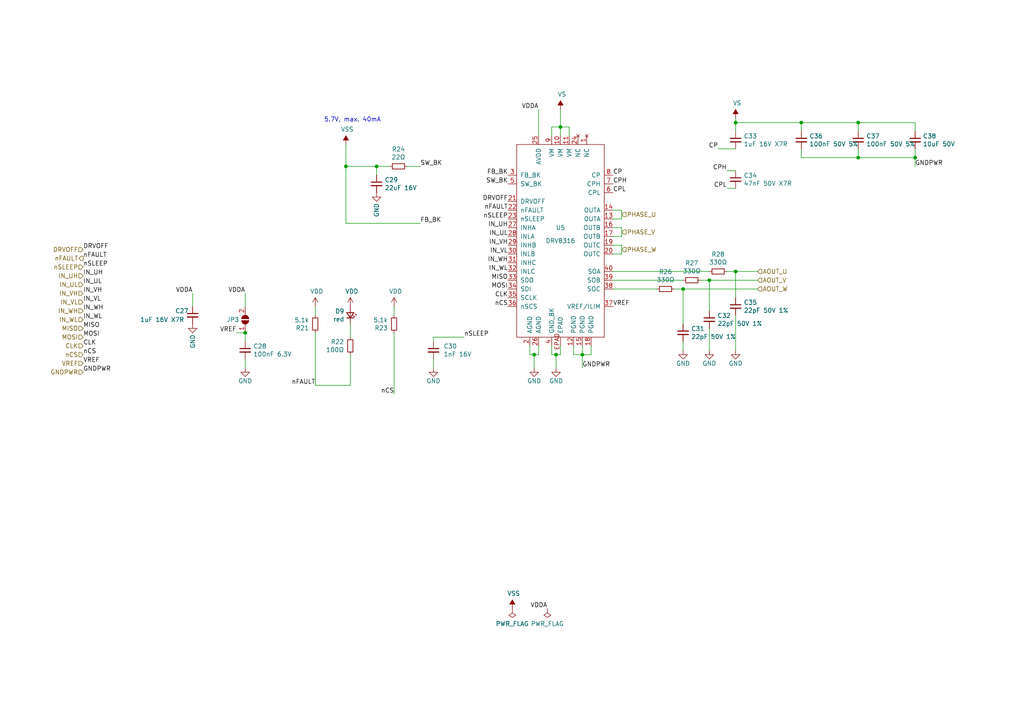
<source format=kicad_sch>
(kicad_sch (version 20211123) (generator eeschema)
  (paper "A4")
  (lib_symbols
    (symbol "Device:C_Small" (pin_numbers hide) (pin_names (offset 0.254) hide)
      (property "Reference" "C" (at 0.254 1.778 0))
      (property "Value" "C_Small" (at 0.254 -2.032 0))
      (symbol "C_Small_0_1"
        (polyline (pts (xy -1.524 -0.508) (xy 1.524 -0.508)) (stroke (width 0.3302)))
        (polyline (pts (xy -1.524 0.508) (xy 1.524 0.508)) (stroke (width 0.3048)))
      )
      (symbol "C_Small_1_1"
        (pin passive line (at 0 2.54 270) (length 2.032) (name "~") (number "1"))
        (pin passive line (at 0 -2.54 90) (length 2.032) (name "~") (number "2"))
      )
    )
    (symbol "Device:LED_Small" (pin_numbers hide) (pin_names (offset 0.254) hide)
      (property "Reference" "D" (at -1.27 3.175 0))
      (property "Value" "LED_Small" (at -4.445 -2.54 0))
      (symbol "LED_Small_0_1"
        (polyline (pts (xy -0.762 -1.016) (xy -0.762 1.016)) (stroke (width 0.254)))
        (polyline (pts (xy 1.016 0) (xy -0.762 0)))
        (polyline (pts (xy 0.762 -1.016) (xy -0.762 0) (xy 0.762 1.016) (xy 0.762 -1.016)) (stroke (width 0.254)))
        (polyline (pts (xy 0 0.762) (xy -0.508 1.27) (xy -0.254 1.27) (xy -0.508 1.27) (xy -0.508 1.016)))
        (polyline (pts (xy 0.508 1.27) (xy 0 1.778) (xy 0.254 1.778) (xy 0 1.778) (xy 0 1.524)))
      )
      (symbol "LED_Small_1_1"
        (pin passive line (at -2.54 0 0) (length 1.778) (name "K") (number "1"))
        (pin passive line (at 2.54 0 180) (length 1.778) (name "A") (number "2"))
      )
    )
    (symbol "Device:R_Small" (pin_numbers hide) (pin_names (offset 0.254) hide)
      (property "Reference" "R" (at 0.762 0.508 0))
      (property "Value" "R_Small" (at 0.762 -1.016 0))
      (symbol "R_Small_0_1"
        (rectangle (start -0.762 1.778) (end 0.762 -1.778) (stroke (width 0.2032)))
      )
      (symbol "R_Small_1_1"
        (pin passive line (at 0 2.54 270) (length 0.762) (name "~") (number "1"))
        (pin passive line (at 0 -2.54 90) (length 0.762) (name "~") (number "2"))
      )
    )
    (symbol "Jumper:SolderJumper_2_Open" (pin_names (offset 0) hide)
      (property "Reference" "JP" (at 0 2.032 0))
      (property "Value" "SolderJumper_2_Open" (at 0 -2.54 0))
      (symbol "SolderJumper_2_Open_0_1"
        (arc (start -0.254 1.016) (mid -1.27 0) (end -0.254 -1.016))
        (arc (start -0.254 1.016) (mid -1.27 0) (end -0.254 -1.016) (fill (type outline)))
        (polyline (pts (xy -0.254 1.016) (xy -0.254 -1.016)))
        (polyline (pts (xy 0.254 1.016) (xy 0.254 -1.016)))
        (arc (start 0.254 -1.016) (mid 1.27 0) (end 0.254 1.016))
        (arc (start 0.254 -1.016) (mid 1.27 0) (end 0.254 1.016) (fill (type outline)))
      )
      (symbol "SolderJumper_2_Open_1_1"
        (pin passive line (at -3.81 0 0) (length 2.54) (name "A") (number "1"))
        (pin passive line (at 3.81 0 180) (length 2.54) (name "B") (number "2"))
      )
    )
    (symbol "power:GND" (power) (pin_names (offset 0))
      (property "Value" "GND" (at 0 -3.81 0))
      (symbol "GND_0_1"
        (polyline (pts (xy 0 0) (xy 0 -1.27) (xy 1.27 -1.27) (xy 0 -2.54) (xy -1.27 -1.27) (xy 0 -1.27)))
      )
      (symbol "GND_1_1"
        (pin power_in line (at 0 0 270) (length 0) hide (name "GND") (number "1"))
      )
    )
    (symbol "power:PWR_FLAG" (power) (pin_numbers hide) (pin_names (offset 0) hide)
      (property "Value" "PWR_FLAG" (at 0 3.81 0))
      (symbol "PWR_FLAG_0_0"
        (pin power_out line (at 0 0 90) (length 0) (name "pwr") (number "1"))
      )
      (symbol "PWR_FLAG_0_1"
        (polyline (pts (xy 0 0) (xy 0 1.27) (xy -1.016 1.905) (xy 0 2.54) (xy 1.016 1.905) (xy 0 1.27)))
      )
    )
    (symbol "power:VDD" (power) (pin_names (offset 0))
      (property "Value" "VDD" (at 0 3.81 0))
      (symbol "VDD_0_1"
        (polyline (pts (xy -0.762 1.27) (xy 0 2.54)))
        (polyline (pts (xy 0 0) (xy 0 2.54)))
        (polyline (pts (xy 0 2.54) (xy 0.762 1.27)))
      )
      (symbol "VDD_1_1"
        (pin power_in line (at 0 0 90) (length 0) hide (name "VDD") (number "1"))
      )
    )
    (symbol "power:VS" (power) (pin_names (offset 0))
      (property "Value" "VS" (at 0 3.81 0))
      (symbol "VS_0_1"
        (polyline (pts (xy 0 0) (xy 0 2.54)))
        (polyline (pts (xy 0.762 1.27) (xy -0.762 1.27) (xy 0 2.54) (xy 0.762 1.27)) (fill (type outline)))
      )
      (symbol "VS_1_1"
        (pin power_in line (at 0 0 90) (length 0) hide (name "VS") (number "1"))
      )
    )
    (symbol "power:VSS" (power) (pin_names (offset 0))
      (property "Value" "VSS" (at 0 3.81 0))
      (symbol "VSS_0_1"
        (polyline (pts (xy 0 0) (xy 0 2.54)))
        (polyline (pts (xy 0.762 1.27) (xy -0.762 1.27) (xy 0 2.54) (xy 0.762 1.27)) (fill (type outline)))
      )
      (symbol "VSS_1_1"
        (pin power_in line (at 0 0 90) (length 0) hide (name "VSS") (number "1"))
      )
    )
    (symbol "runger:DRV8316" (pin_names (offset 1.016))
      (property "Reference" "U" (at 0 15.24 0))
      (property "Value" "runger_DRV8316" (at 0 10.16 0))
      (symbol "DRV8316_0_0"
        (pin no_connect line (at 7.62 30.48 270) (length 2.54) (name "NC") (number "1"))
        (pin power_in line (at 0 30.48 270) (length 2.54) (name "VM") (number "10"))
        (pin power_in line (at 2.54 30.48 270) (length 2.54) (name "VM") (number "11"))
        (pin power_in line (at 3.81 -30.48 90) (length 2.54) (name "PGND") (number "12"))
        (pin power_out line (at 15.24 6.35 180) (length 2.54) (name "OUTA") (number "13"))
        (pin power_out line (at 15.24 8.89 180) (length 2.54) (name "OUTA") (number "14"))
        (pin power_in line (at 6.35 -30.48 90) (length 2.54) (name "PGND") (number "15"))
        (pin power_out line (at 15.24 3.81 180) (length 2.54) (name "OUTB") (number "16"))
        (pin power_out line (at 15.24 1.27 180) (length 2.54) (name "OUTB") (number "17"))
        (pin power_in line (at 8.89 -30.48 90) (length 2.54) (name "PGND") (number "18"))
        (pin power_out line (at 15.24 -1.27 180) (length 2.54) (name "OUTC") (number "19"))
        (pin power_in line (at -8.89 -30.48 90) (length 2.54) (name "AGND") (number "2"))
        (pin power_out line (at 15.24 -3.81 180) (length 2.54) (name "OUTC") (number "20"))
        (pin input line (at -15.24 11.43 0) (length 2.54) (name "DRVOFF") (number "21"))
        (pin bidirectional line (at -15.24 8.89 0) (length 2.54) (name "nFAULT") (number "22"))
        (pin input line (at -15.24 6.35 0) (length 2.54) (name "nSLEEP") (number "23"))
        (pin no_connect line (at 5.08 30.48 270) (length 2.54) (name "NC") (number "24"))
        (pin power_in line (at -6.35 30.48 270) (length 2.54) (name "AVDD") (number "25"))
        (pin power_in line (at -6.35 -30.48 90) (length 2.54) (name "AGND") (number "26"))
        (pin input line (at -15.24 3.81 0) (length 2.54) (name "INHA") (number "27"))
        (pin input line (at -15.24 1.27 0) (length 2.54) (name "INLA") (number "28"))
        (pin input line (at -15.24 -1.27 0) (length 2.54) (name "INHB") (number "29"))
        (pin input line (at -15.24 19.05 0) (length 2.54) (name "FB_BK") (number "3"))
        (pin input line (at -15.24 -3.81 0) (length 2.54) (name "INLB") (number "30"))
        (pin input line (at -15.24 -6.35 0) (length 2.54) (name "INHC") (number "31"))
        (pin input line (at -15.24 -8.89 0) (length 2.54) (name "INLC") (number "32"))
        (pin output line (at -15.24 -11.43 0) (length 2.54) (name "SDO") (number "33"))
        (pin input line (at -15.24 -13.97 0) (length 2.54) (name "SDI") (number "34"))
        (pin input line (at -15.24 -16.51 0) (length 2.54) (name "SCLK") (number "35"))
        (pin input line (at -15.24 -19.05 0) (length 2.54) (name "nSCS") (number "36"))
        (pin input line (at 15.24 -19.05 180) (length 2.54) (name "VREF/ILIM") (number "37"))
        (pin output line (at 15.24 -13.97 180) (length 2.54) (name "SOC") (number "38"))
        (pin output line (at 15.24 -11.43 180) (length 2.54) (name "SOB") (number "39"))
        (pin power_in line (at -2.54 -30.48 90) (length 2.54) (name "GND_BK") (number "4"))
        (pin output line (at 15.24 -8.89 180) (length 2.54) (name "SOA") (number "40"))
        (pin input line (at -15.24 16.51 0) (length 2.54) (name "SW_BK") (number "5"))
        (pin input line (at 15.24 13.97 180) (length 2.54) (name "CPL") (number "6"))
        (pin input line (at 15.24 16.51 180) (length 2.54) (name "CPH") (number "7"))
        (pin output line (at 15.24 19.05 180) (length 2.54) (name "CP") (number "8"))
        (pin power_in line (at -2.54 30.48 270) (length 2.54) (name "VM") (number "9"))
        (pin power_in line (at 0 -30.48 90) (length 2.54) (name "EPAD") (number "EPAD"))
      )
      (symbol "DRV8316_0_1"
        (rectangle (start -12.7 27.94) (end 12.7 -27.94))
      )
    )
  )
  (junction (at 248.92 45.72))
  (junction (at 205.74 81.28))
  (junction (at 248.92 35.56))
  (junction (at 168.91 102.87))
  (junction (at 154.94 102.87))
  (junction (at 213.36 78.74))
  (junction (at 71.12 96.52))
  (junction (at 100.33 48.26))
  (junction (at 109.22 48.26))
  (junction (at 198.12 83.82))
  (junction (at 265.43 45.72))
  (junction (at 213.36 35.56))
  (junction (at 161.29 102.87))
  (junction (at 162.56 36.83))
  (junction (at 232.41 35.56))
  (wire (pts (xy 168.91 102.87) (xy 171.45 102.87)))
  (wire (pts (xy 154.94 102.87) (xy 156.21 102.87)))
  (wire (pts (xy 114.3 96.52) (xy 114.3 114.3)))
  (wire (pts (xy 113.03 48.26) (xy 109.22 48.26)))
  (wire (pts (xy 177.8 66.04) (xy 180.34 66.04)))
  (wire (pts (xy 125.73 97.79) (xy 125.73 99.06)))
  (wire (pts (xy 177.8 78.74) (xy 205.74 78.74)))
  (wire (pts (xy 208.28 43.18) (xy 213.36 43.18)))
  (wire (pts (xy 213.36 35.56) (xy 213.36 38.1)))
  (wire (pts (xy 162.56 31.75) (xy 162.56 36.83)))
  (wire (pts (xy 55.88 85.09) (xy 55.88 88.9)))
  (wire (pts (xy 219.71 78.74) (xy 213.36 78.74)))
  (wire (pts (xy 160.02 36.83) (xy 162.56 36.83)))
  (wire (pts (xy 248.92 35.56) (xy 265.43 35.56)))
  (wire (pts (xy 180.34 66.04) (xy 180.34 68.58)))
  (wire (pts (xy 177.8 73.66) (xy 180.34 73.66)))
  (wire (pts (xy 198.12 83.82) (xy 195.58 83.82)))
  (wire (pts (xy 156.21 102.87) (xy 156.21 100.33)))
  (wire (pts (xy 91.44 88.9) (xy 91.44 91.44)))
  (wire (pts (xy 166.37 102.87) (xy 168.91 102.87)))
  (wire (pts (xy 177.8 71.12) (xy 180.34 71.12)))
  (wire (pts (xy 168.91 106.68) (xy 168.91 102.87)))
  (wire (pts (xy 248.92 45.72) (xy 232.41 45.72)))
  (wire (pts (xy 166.37 100.33) (xy 166.37 102.87)))
  (wire (pts (xy 109.22 48.26) (xy 109.22 50.8)))
  (wire (pts (xy 177.8 63.5) (xy 180.34 63.5)))
  (wire (pts (xy 109.22 48.26) (xy 100.33 48.26)))
  (wire (pts (xy 161.29 102.87) (xy 162.56 102.87)))
  (wire (pts (xy 232.41 35.56) (xy 248.92 35.56)))
  (wire (pts (xy 162.56 36.83) (xy 165.1 36.83)))
  (wire (pts (xy 205.74 95.25) (xy 205.74 101.6)))
  (wire (pts (xy 156.21 31.75) (xy 156.21 39.37)))
  (wire (pts (xy 205.74 90.17) (xy 205.74 81.28)))
  (wire (pts (xy 180.34 60.96) (xy 180.34 63.5)))
  (wire (pts (xy 68.58 96.52) (xy 71.12 96.52)))
  (wire (pts (xy 213.36 86.36) (xy 213.36 78.74)))
  (wire (pts (xy 153.67 100.33) (xy 153.67 102.87)))
  (wire (pts (xy 71.12 96.52) (xy 71.12 99.06)))
  (wire (pts (xy 100.33 64.77) (xy 100.33 48.26)))
  (wire (pts (xy 121.92 64.77) (xy 100.33 64.77)))
  (wire (pts (xy 121.92 48.26) (xy 118.11 48.26)))
  (wire (pts (xy 248.92 35.56) (xy 248.92 38.1)))
  (wire (pts (xy 160.02 100.33) (xy 160.02 102.87)))
  (wire (pts (xy 232.41 45.72) (xy 232.41 43.18)))
  (wire (pts (xy 71.12 85.09) (xy 71.12 88.9)))
  (wire (pts (xy 213.36 78.74) (xy 210.82 78.74)))
  (wire (pts (xy 198.12 83.82) (xy 198.12 93.98)))
  (wire (pts (xy 180.34 71.12) (xy 180.34 73.66)))
  (wire (pts (xy 101.6 111.76) (xy 91.44 111.76)))
  (wire (pts (xy 171.45 102.87) (xy 171.45 100.33)))
  (wire (pts (xy 219.71 81.28) (xy 205.74 81.28)))
  (wire (pts (xy 168.91 102.87) (xy 168.91 100.33)))
  (wire (pts (xy 213.36 35.56) (xy 232.41 35.56)))
  (wire (pts (xy 265.43 45.72) (xy 265.43 48.26)))
  (wire (pts (xy 101.6 93.98) (xy 101.6 97.79)))
  (wire (pts (xy 232.41 35.56) (xy 232.41 38.1)))
  (wire (pts (xy 180.34 60.96) (xy 177.8 60.96)))
  (wire (pts (xy 91.44 96.52) (xy 91.44 111.76)))
  (wire (pts (xy 177.8 83.82) (xy 190.5 83.82)))
  (wire (pts (xy 265.43 43.18) (xy 265.43 45.72)))
  (wire (pts (xy 248.92 45.72) (xy 265.43 45.72)))
  (wire (pts (xy 219.71 83.82) (xy 198.12 83.82)))
  (wire (pts (xy 162.56 36.83) (xy 162.56 39.37)))
  (wire (pts (xy 134.62 97.79) (xy 125.73 97.79)))
  (wire (pts (xy 165.1 36.83) (xy 165.1 39.37)))
  (wire (pts (xy 100.33 48.26) (xy 100.33 41.91)))
  (wire (pts (xy 213.36 34.29) (xy 213.36 35.56)))
  (wire (pts (xy 248.92 43.18) (xy 248.92 45.72)))
  (wire (pts (xy 205.74 81.28) (xy 203.2 81.28)))
  (wire (pts (xy 101.6 102.87) (xy 101.6 111.76)))
  (wire (pts (xy 71.12 106.68) (xy 71.12 104.14)))
  (wire (pts (xy 160.02 102.87) (xy 161.29 102.87)))
  (wire (pts (xy 213.36 54.61) (xy 210.82 54.61)))
  (wire (pts (xy 154.94 102.87) (xy 154.94 106.68)))
  (wire (pts (xy 125.73 104.14) (xy 125.73 106.68)))
  (wire (pts (xy 160.02 39.37) (xy 160.02 36.83)))
  (wire (pts (xy 265.43 35.56) (xy 265.43 38.1)))
  (wire (pts (xy 162.56 102.87) (xy 162.56 100.33)))
  (wire (pts (xy 213.36 49.53) (xy 210.82 49.53)))
  (wire (pts (xy 153.67 102.87) (xy 154.94 102.87)))
  (wire (pts (xy 114.3 88.9) (xy 114.3 91.44)))
  (wire (pts (xy 198.12 99.06) (xy 198.12 101.6)))
  (wire (pts (xy 161.29 102.87) (xy 161.29 106.68)))
  (wire (pts (xy 177.8 68.58) (xy 180.34 68.58)))
  (wire (pts (xy 198.12 81.28) (xy 177.8 81.28)))
  (wire (pts (xy 213.36 91.44) (xy 213.36 101.6)))
  (text "5.7V, max. 40mA" (at 93.98 35.56 0) (effects (font (size 1.27 1.27)) (justify left bottom)))
  (label "IN_UH" (at 147.32 66.04 180))
  (label "nCS" (at 24.13 102.87 0))
  (label "IN_WL" (at 24.13 92.71 0))
  (label "IN_UL" (at 24.13 82.55 0))
  (label "IN_VL" (at 147.32 73.66 180))
  (label "CP" (at 177.8 50.8 0))
  (label "nFAULT" (at 91.44 111.76 180))
  (label "IN_WH" (at 24.13 90.17 0))
  (label "MISO" (at 147.32 81.28 180))
  (label "MOSI" (at 147.32 83.82 180))
  (label "CLK" (at 24.13 100.33 0))
  (label "FB_BK" (at 147.32 50.8 180))
  (label "MISO" (at 24.13 95.25 0))
  (label "CLK" (at 147.32 86.36 180))
  (label "VDDA" (at 156.21 31.75 180))
  (label "nCS" (at 114.3 114.3 180))
  (label "nFAULT" (at 24.13 74.93 0))
  (label "IN_UL" (at 147.32 68.58 180))
  (label "CPH" (at 210.82 49.53 180))
  (label "VDDA" (at 158.75 176.53 180))
  (label "VDDA" (at 55.88 85.09 180))
  (label "SW_BK" (at 121.92 48.26 0))
  (label "VREF" (at 24.13 105.41 0))
  (label "IN_VL" (at 24.13 87.63 0))
  (label "VDDA" (at 71.12 85.09 180))
  (label "GNDPWR" (at 265.43 48.26 0))
  (label "FB_BK" (at 121.92 64.77 0))
  (label "nSLEEP" (at 147.32 63.5 180))
  (label "nFAULT" (at 147.32 60.96 180))
  (label "VREF" (at 177.8 88.9 0))
  (label "CPL" (at 210.82 54.61 180))
  (label "SW_BK" (at 147.32 53.34 180))
  (label "nSLEEP" (at 24.13 77.47 0))
  (label "DRVOFF" (at 147.32 58.42 180))
  (label "GNDPWR" (at 168.91 106.68 0))
  (label "CPH" (at 177.8 53.34 0))
  (label "CPL" (at 177.8 55.88 0))
  (label "nSLEEP" (at 134.62 97.79 0))
  (label "IN_VH" (at 24.13 85.09 0))
  (label "IN_UH" (at 24.13 80.01 0))
  (label "CP" (at 208.28 43.18 180))
  (label "IN_WH" (at 147.32 76.2 180))
  (label "DRVOFF" (at 24.13 72.39 0))
  (label "VREF" (at 68.58 96.52 180))
  (label "MOSI" (at 24.13 97.79 0))
  (label "nCS" (at 147.32 88.9 180))
  (label "GNDPWR" (at 24.13 107.95 0))
  (label "IN_WL" (at 147.32 78.74 180))
  (label "IN_VH" (at 147.32 71.12 180))
  (hierarchical_label "IN_VH" (shape input) (at 24.13 85.09 180))
  (hierarchical_label "MISO" (shape input) (at 24.13 95.25 180))
  (hierarchical_label "PHASE_W" (shape input) (at 180.34 72.39 0))
  (hierarchical_label "IN_VL" (shape input) (at 24.13 87.63 180))
  (hierarchical_label "IN_UL" (shape input) (at 24.13 82.55 180))
  (hierarchical_label "IN_WL" (shape input) (at 24.13 92.71 180))
  (hierarchical_label "PHASE_U" (shape input) (at 180.34 62.23 0))
  (hierarchical_label "IN_UH" (shape input) (at 24.13 80.01 180))
  (hierarchical_label "CLK" (shape input) (at 24.13 100.33 180))
  (hierarchical_label "MOSI" (shape input) (at 24.13 97.79 180))
  (hierarchical_label "AOUT_V" (shape input) (at 219.71 81.28 0))
  (hierarchical_label "IN_WH" (shape input) (at 24.13 90.17 180))
  (hierarchical_label "DRVOFF" (shape input) (at 24.13 72.39 180))
  (hierarchical_label "GNDPWR" (shape input) (at 24.13 107.95 180))
  (hierarchical_label "nFAULT" (shape output) (at 24.13 74.93 180))
  (hierarchical_label "VREF" (shape input) (at 24.13 105.41 180))
  (hierarchical_label "PHASE_V" (shape input) (at 180.34 67.31 0))
  (hierarchical_label "nCS" (shape input) (at 24.13 102.87 180))
  (hierarchical_label "AOUT_W" (shape input) (at 219.71 83.82 0))
  (hierarchical_label "AOUT_U" (shape input) (at 219.71 78.74 0))
  (hierarchical_label "nSLEEP" (shape input) (at 24.13 77.47 180))
  (symbol (lib_id "Device:R_Small") (at 114.3 93.98 0) (unit 1)
    (property "Reference" "R23" (at 112.522 95.1484 0) (effects (justify right)))
    (property "Value" "5.1k" (at 112.522 92.837 0) (effects (justify right)))
    (property "Footprint" "Resistor_SMD:R_0402_1005Metric" (effects hide))
  )
  (symbol (lib_id "Device:R_Small") (at 115.57 48.26 270) (unit 1)
    (property "Reference" "R24" (at 115.57 43.2816 90))
    (property "Value" "22Ω" (at 115.57 45.593 90))
    (property "Footprint" "Resistor_SMD:R_0402_1005Metric" (effects hide))
  )
  (symbol (lib_id "power:PWR_FLAG") (at 158.75 176.53 180) (unit 1)
    (property "Reference" "#FLG0101" (effects hide))
    (property "Value" "PWR_FLAG" (at 158.75 180.9242 0))
  )
  (symbol (lib_id "power:VSS") (at 148.59 176.53 0) (unit 1)
    (property "Reference" "#PWR0101" (effects hide))
    (property "Value" "VSS" (at 148.971 172.1358 0))
  )
  (symbol (lib_id "power:PWR_FLAG") (at 148.59 176.53 180) (unit 1)
    (property "Reference" "#FLG0102" (effects hide))
    (property "Value" "PWR_FLAG" (at 148.59 180.9242 0))
  )
  (symbol (lib_id "power:VS") (at 162.56 31.75 0) (unit 1)
    (property "Reference" "#PWR069" (effects hide))
    (property "Value" "VS" (at 162.9918 27.3558 0))
  )
  (symbol (lib_id "Device:C_Small") (at 125.73 101.6 0) (unit 1)
    (property "Reference" "C30" (at 128.651 100.4316 0) (effects (justify left)))
    (property "Value" "1nF 16V" (at 128.651 102.743 0) (effects (justify left)))
    (property "Footprint" "Capacitor_SMD:C_0402_1005Metric" (effects hide))
    (property "Part" "0402YC102KAT2A" (effects hide))
    (property "Manu" "AVX" (effects hide))
    (property "Notes" "0402YC102KAT2A or similar 1nF 16V" (effects hide))
  )
  (symbol (lib_id "power:VDD") (at 91.44 88.9 0) (unit 1)
    (property "Reference" "#PWR060" (effects hide))
    (property "Value" "VDD" (at 91.8718 84.5058 0))
  )
  (symbol (lib_id "runger:DRV8316") (at 162.56 69.85 0) (unit 1)
    (property "Reference" "U5" (at 162.56 66.04 0))
    (property "Value" "DRV8316" (at 162.56 69.85 0))
    (property "Footprint" "runger:vQFN-40_EP_5x7_Pitch0.5mm" (effects hide))
    (property "Datasheet" "https://www.ti.com/lit/gpn/DRV8316" (effects hide))
    (property "Manu" "Texas Instruments" (effects hide))
    (property "Part" "DRV8316" (effects hide))
  )
  (symbol (lib_id "Device:C_Small") (at 213.36 40.64 0) (unit 1)
    (property "Reference" "C33" (at 215.6968 39.4716 0) (effects (justify left)))
    (property "Value" "1uF 16V X7R" (at 215.6968 41.783 0) (effects (justify left)))
    (property "Footprint" "Capacitor_SMD:C_0603_1608Metric" (effects hide))
    (property "Manu" "AVX" (effects hide))
    (property "Part" "0603YC105JAT2A" (effects hide))
    (property "Notes" "AVX 0603YC105JAT2A or similar" (effects hide))
  )
  (symbol (lib_id "power:VS") (at 213.36 34.29 0) (unit 1)
    (property "Reference" "#PWR073" (effects hide))
    (property "Value" "VS" (at 213.7918 29.8958 0))
  )
  (symbol (lib_id "Device:C_Small") (at 213.36 52.07 0) (unit 1)
    (property "Reference" "C34" (at 215.6968 50.9016 0) (effects (justify left)))
    (property "Value" "47nF 50V X7R" (at 215.6968 53.213 0) (effects (justify left)))
    (property "Footprint" "Capacitor_SMD:C_0402_1005Metric" (effects hide))
    (property "Part" "GRM155R71H473KE14D" (effects hide))
    (property "Manu" "Murata" (effects hide))
  )
  (symbol (lib_id "Device:C_Small") (at 232.41 40.64 0) (unit 1)
    (property "Reference" "C36" (at 234.7468 39.4716 0) (effects (justify left)))
    (property "Value" "100nF 50V 5%" (at 234.7468 41.783 0) (effects (justify left)))
    (property "Footprint" "Capacitor_SMD:C_0402_1005Metric" (effects hide))
    (property "Notes" "GRM155C71H104JE19D or similar" (effects hide))
    (property "Part" "GRM155C71H104JE19D" (effects hide))
    (property "Manu" "Murata" (effects hide))
  )
  (symbol (lib_id "Device:C_Small") (at 265.43 40.64 0) (unit 1)
    (property "Reference" "C38" (at 267.6652 39.4716 0) (effects (justify left)))
    (property "Value" "10uF 50V" (at 267.6652 41.783 0) (effects (justify left)))
    (property "Footprint" "Capacitor_SMD:C_0805_2012Metric" (effects hide))
    (property "Manu" "Murata" (effects hide))
    (property "Part" "GRM21BR61H106KE43L" (effects hide))
  )
  (symbol (lib_id "Device:R_Small") (at 91.44 93.98 0) (unit 1)
    (property "Reference" "R21" (at 89.662 95.1484 0) (effects (justify right)))
    (property "Value" "5.1k" (at 89.662 92.837 0) (effects (justify right)))
    (property "Footprint" "Resistor_SMD:R_0402_1005Metric" (effects hide))
  )
  (symbol (lib_id "power:GND") (at 55.88 93.98 0) (unit 1)
    (property "Reference" "#PWR057" (effects hide))
    (property "Value" "GND" (at 55.88 99.06 90))
  )
  (symbol (lib_id "power:GND") (at 154.94 106.68 0) (unit 1)
    (property "Reference" "#PWR067" (effects hide))
    (property "Value" "GND" (at 154.94 110.49 0))
  )
  (symbol (lib_id "Device:C_Small") (at 109.22 53.34 0) (unit 1)
    (property "Reference" "C29" (at 111.5568 52.1716 0) (effects (justify left)))
    (property "Value" "22uF 16V" (at 111.5568 54.483 0) (effects (justify left)))
    (property "Footprint" "Capacitor_SMD:C_0805_2012Metric" (effects hide))
    (property "Manu" "Murata" (effects hide))
    (property "Part" "GRM219R61C226ME15L" (effects hide))
  )
  (symbol (lib_id "power:GND") (at 109.22 55.88 0) (unit 1)
    (property "Reference" "#PWR063" (effects hide))
    (property "Value" "GND" (at 109.22 60.96 90))
  )
  (symbol (lib_id "power:VSS") (at 100.33 41.91 0) (unit 1)
    (property "Reference" "#PWR061" (effects hide))
    (property "Value" "VSS" (at 100.711 37.5158 0))
  )
  (symbol (lib_id "Device:R_Small") (at 208.28 78.74 270) (unit 1)
    (property "Reference" "R28" (at 208.28 73.7616 90))
    (property "Value" "330Ω" (at 208.28 76.073 90))
    (property "Footprint" "Resistor_SMD:R_0402_1005Metric" (effects hide))
  )
  (symbol (lib_id "Device:R_Small") (at 200.66 81.28 270) (unit 1)
    (property "Reference" "R27" (at 200.66 76.3016 90))
    (property "Value" "330Ω" (at 200.66 78.613 90))
    (property "Footprint" "Resistor_SMD:R_0402_1005Metric" (effects hide))
  )
  (symbol (lib_id "Device:R_Small") (at 193.04 83.82 270) (unit 1)
    (property "Reference" "R26" (at 193.04 78.8416 90))
    (property "Value" "330Ω" (at 193.04 81.153 90))
    (property "Footprint" "Resistor_SMD:R_0402_1005Metric" (effects hide))
  )
  (symbol (lib_id "Device:C_Small") (at 198.12 96.52 0) (unit 1)
    (property "Reference" "C31" (at 200.4568 95.3516 0) (effects (justify left)))
    (property "Value" "22pF 50V 1%" (at 200.4568 97.663 0) (effects (justify left)))
    (property "Footprint" "Capacitor_SMD:C_0402_1005Metric" (effects hide))
    (property "Notes" "GRM1555C1H220FA01D - 50V.    " (effects hide))
    (property "Part" "GRM1555C1H220FA01D" (effects hide))
    (property "Manu" "Murata" (effects hide))
  )
  (symbol (lib_id "Device:R_Small") (at 101.6 100.33 0) (mirror x) (unit 1)
    (property "Reference" "R22" (at 99.822 99.1616 0) (effects (justify right)))
    (property "Value" "100Ω" (at 99.822 101.473 0) (effects (justify right)))
    (property "Footprint" "Resistor_SMD:R_0402_1005Metric" (effects hide))
  )
  (symbol (lib_id "Device:LED_Small") (at 101.6 91.44 270) (mirror x) (unit 1)
    (property "Reference" "D9" (at 99.8728 90.2716 90) (effects (justify right)))
    (property "Value" "red" (at 99.8728 92.583 90) (effects (justify right)))
    (property "Footprint" "LED_SMD:LED_0402_1005Metric" (effects hide))
    (property "Datasheet" "https://www.mouser.at/datasheet/2/445/150040RS73240-1713960.pdf" (effects hide))
    (property "Part" "150040RS73240" (effects hide))
    (property "Manu" "Wurth" (effects hide))
    (property "Notes" "any approx. 2V red LED" (effects hide))
  )
  (symbol (lib_id "power:VDD") (at 101.6 88.9 0) (unit 1)
    (property "Reference" "#PWR062" (effects hide))
    (property "Value" "VDD" (at 102.0318 84.5058 0))
  )
  (symbol (lib_id "power:VDD") (at 114.3 88.9 0) (unit 1)
    (property "Reference" "#PWR064" (effects hide))
    (property "Value" "VDD" (at 114.7318 84.5058 0))
  )
  (symbol (lib_id "Jumper:SolderJumper_2_Open") (at 71.12 92.71 90) (unit 1)
    (property "Reference" "JP3" (at 69.3928 92.71 90) (effects (justify left)))
    (property "Value" "VSS2VDD" (effects hide))
    (property "Footprint" "Jumper:SolderJumper-2_P1.3mm_Open_TrianglePad1.0x1.5mm" (effects hide))
  )
  (symbol (lib_id "Device:C_Small") (at 248.92 40.64 0) (unit 1)
    (property "Reference" "C37" (at 251.2568 39.4716 0) (effects (justify left)))
    (property "Value" "100nF 50V 5%" (at 251.2568 41.783 0) (effects (justify left)))
    (property "Footprint" "Capacitor_SMD:C_0402_1005Metric" (effects hide))
    (property "Notes" "GRM155C71H104JE19D or similar" (effects hide))
    (property "Part" "GRM155C71H104JE19D" (effects hide))
    (property "Manu" "Murata" (effects hide))
  )
  (symbol (lib_id "Device:C_Small") (at 55.88 91.44 0) (unit 1)
    (property "Reference" "C27" (at 50.8 90.17 0) (effects (justify left)))
    (property "Value" "1uF 16V X7R" (at 40.64 92.71 0) (effects (justify left)))
    (property "Footprint" "Capacitor_SMD:C_0402_1005Metric" (effects hide))
    (property "Manu" "AVX" (effects hide))
    (property "Part" "0603YC105JAT2A" (effects hide))
    (property "Notes" "6.3V would be enough" (effects hide))
  )
  (symbol (lib_id "Device:C_Small") (at 71.12 101.6 0) (unit 1)
    (property "Reference" "C28" (at 73.4568 100.4316 0) (effects (justify left)))
    (property "Value" "100nF 6.3V" (at 73.4568 102.743 0) (effects (justify left)))
    (property "Footprint" "Capacitor_SMD:C_0402_1005Metric" (effects hide))
    (property "Notes" "CL05B104KQ5NNNC or similar" (effects hide))
    (property "Part" "CL05B104KQ5NNNC" (effects hide))
    (property "Manu" "Samsung" (effects hide))
  )
  (symbol (lib_id "Device:C_Small") (at 205.74 92.71 0) (unit 1)
    (property "Reference" "C32" (at 208.0768 91.5416 0) (effects (justify left)))
    (property "Value" "22pF 50V 1%" (at 208.0768 93.853 0) (effects (justify left)))
    (property "Footprint" "Capacitor_SMD:C_0402_1005Metric" (effects hide))
    (property "Notes" "GRM1555C1H220FA01D - 50V.    " (effects hide))
    (property "Part" "GRM1555C1H220FA01D" (effects hide))
    (property "Manu" "Murata" (effects hide))
  )
  (symbol (lib_id "Device:C_Small") (at 213.36 88.9 0) (unit 1)
    (property "Reference" "C35" (at 215.6968 87.7316 0) (effects (justify left)))
    (property "Value" "22pF 50V 1%" (at 215.6968 90.043 0) (effects (justify left)))
    (property "Footprint" "Capacitor_SMD:C_0402_1005Metric" (effects hide))
    (property "Notes" "GRM1555C1H220FA01D - 50V.    " (effects hide))
    (property "Part" "GRM1555C1H220FA01D" (effects hide))
    (property "Manu" "Murata" (effects hide))
  )
  (symbol (lib_id "power:GND") (at 125.73 106.68 0) (unit 1)
    (property "Reference" "#PWR066" (effects hide))
    (property "Value" "GND" (at 125.73 110.49 0))
  )
  (symbol (lib_id "power:GND") (at 161.29 106.68 0) (unit 1)
    (property "Reference" "#PWR068" (effects hide))
    (property "Value" "GND" (at 161.29 110.49 0))
  )
  (symbol (lib_id "power:GND") (at 71.12 106.68 0) (unit 1)
    (property "Reference" "#PWR059" (effects hide))
    (property "Value" "GND" (at 71.12 110.49 0))
  )
  (symbol (lib_id "power:GND") (at 198.12 101.6 0) (unit 1)
    (property "Reference" "#PWR071" (effects hide))
    (property "Value" "GND" (at 198.12 105.41 0))
  )
  (symbol (lib_id "power:GND") (at 205.74 101.6 0) (unit 1)
    (property "Reference" "#PWR072" (effects hide))
    (property "Value" "GND" (at 205.74 105.41 0))
  )
  (symbol (lib_id "power:GND") (at 213.36 101.6 0) (unit 1)
    (property "Reference" "#PWR074" (effects hide))
    (property "Value" "GND" (at 213.36 105.41 0))
  )
)
</source>
